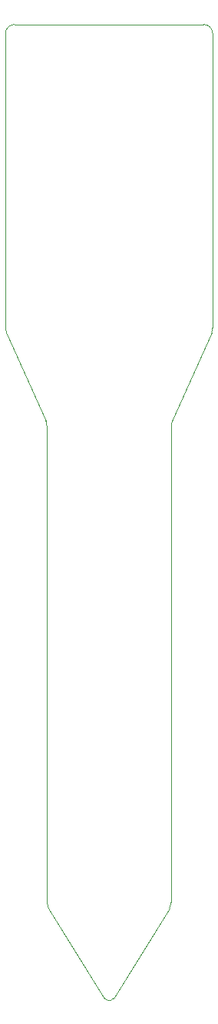
<source format=gbr>
%TF.GenerationSoftware,KiCad,Pcbnew,(5.1.9)-1*%
%TF.CreationDate,2021-03-30T21:26:33+02:00*%
%TF.ProjectId,plant,706c616e-742e-46b6-9963-61645f706362,rev?*%
%TF.SameCoordinates,Original*%
%TF.FileFunction,Profile,NP*%
%FSLAX46Y46*%
G04 Gerber Fmt 4.6, Leading zero omitted, Abs format (unit mm)*
G04 Created by KiCad (PCBNEW (5.1.9)-1) date 2021-03-30 21:26:33*
%MOMM*%
%LPD*%
G01*
G04 APERTURE LIST*
%TA.AperFunction,Profile*%
%ADD10C,0.050000*%
%TD*%
G04 APERTURE END LIST*
D10*
X151384000Y-61214000D02*
G75*
G02*
X152400000Y-60198000I1016000J0D01*
G01*
X173228000Y-60198000D02*
G75*
G02*
X174244000Y-61214000I0J-1016000D01*
G01*
X163322000Y-167132000D02*
G75*
G02*
X162306000Y-167132000I-508000J381000D01*
G01*
X169478983Y-157264102D02*
X163322000Y-167132000D01*
X169478983Y-157264102D02*
G75*
G03*
X169671999Y-156583205I-1076983J673102D01*
G01*
X156149017Y-157264102D02*
X162306000Y-167132000D01*
X156149017Y-157264102D02*
G75*
G02*
X155956001Y-156583205I1076983J673102D01*
G01*
X169781459Y-103751204D02*
G75*
G03*
X169672000Y-104267000I1160541J-515796D01*
G01*
X174134541Y-93987796D02*
X169781459Y-103751204D01*
X174134541Y-93987796D02*
G75*
G03*
X174244000Y-93472000I-1160541J515796D01*
G01*
X155846541Y-103751204D02*
G75*
G02*
X155956000Y-104267000I-1160541J-515796D01*
G01*
X151493459Y-93987796D02*
X155846541Y-103751204D01*
X151493459Y-93987796D02*
G75*
G02*
X151384000Y-93472000I1160541J515796D01*
G01*
X173228000Y-60198000D02*
X152400000Y-60198000D01*
X151384000Y-61214000D02*
X151384000Y-93472000D01*
X155956000Y-104267000D02*
X155956000Y-156583204D01*
X169672000Y-104267000D02*
X169672000Y-156583204D01*
X174244000Y-93472000D02*
X174244000Y-61214000D01*
M02*

</source>
